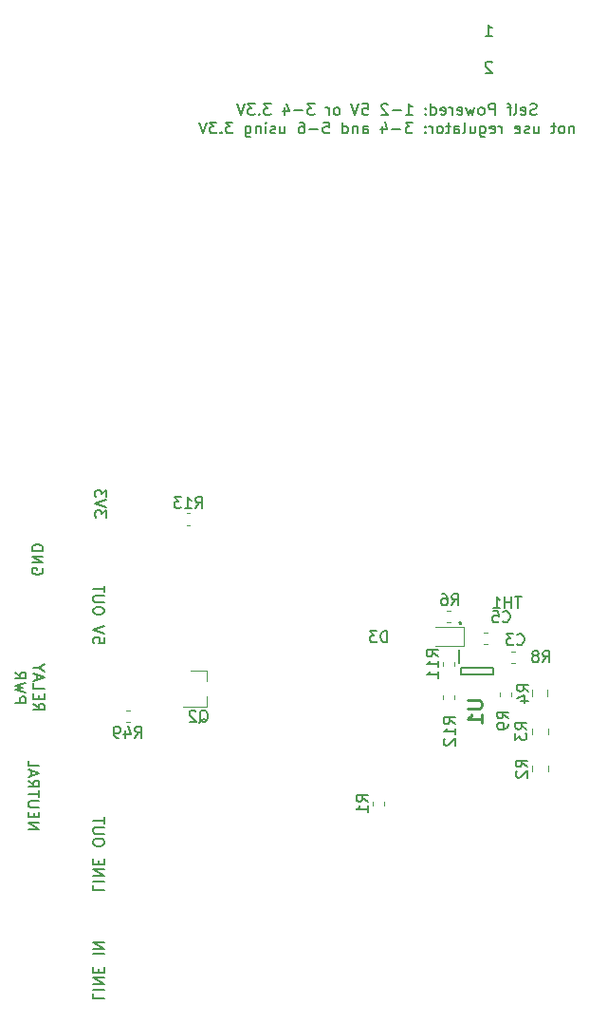
<source format=gbr>
G04 #@! TF.GenerationSoftware,KiCad,Pcbnew,(5.1.0)-1*
G04 #@! TF.CreationDate,2019-11-06T10:51:47-08:00*
G04 #@! TF.ProjectId,SLS_rev1,534c535f-7265-4763-912e-6b696361645f,rev?*
G04 #@! TF.SameCoordinates,Original*
G04 #@! TF.FileFunction,Legend,Bot*
G04 #@! TF.FilePolarity,Positive*
%FSLAX46Y46*%
G04 Gerber Fmt 4.6, Leading zero omitted, Abs format (unit mm)*
G04 Created by KiCad (PCBNEW (5.1.0)-1) date 2019-11-06 10:51:47*
%MOMM*%
%LPD*%
G04 APERTURE LIST*
%ADD10C,0.150000*%
%ADD11C,0.200000*%
%ADD12C,0.120000*%
%ADD13C,0.100000*%
%ADD14C,0.254000*%
G04 APERTURE END LIST*
D10*
X116524285Y-65052380D02*
X117095714Y-65052380D01*
X116810000Y-65052380D02*
X116810000Y-64052380D01*
X116905238Y-64195238D01*
X117000476Y-64290476D01*
X117095714Y-64338095D01*
X117095714Y-67447619D02*
X117048095Y-67400000D01*
X116952857Y-67352380D01*
X116714761Y-67352380D01*
X116619523Y-67400000D01*
X116571904Y-67447619D01*
X116524285Y-67542857D01*
X116524285Y-67638095D01*
X116571904Y-67780952D01*
X117143333Y-68352380D01*
X116524285Y-68352380D01*
X121079523Y-72049761D02*
X120936666Y-72097380D01*
X120698571Y-72097380D01*
X120603333Y-72049761D01*
X120555714Y-72002142D01*
X120508095Y-71906904D01*
X120508095Y-71811666D01*
X120555714Y-71716428D01*
X120603333Y-71668809D01*
X120698571Y-71621190D01*
X120889047Y-71573571D01*
X120984285Y-71525952D01*
X121031904Y-71478333D01*
X121079523Y-71383095D01*
X121079523Y-71287857D01*
X121031904Y-71192619D01*
X120984285Y-71145000D01*
X120889047Y-71097380D01*
X120650952Y-71097380D01*
X120508095Y-71145000D01*
X119698571Y-72049761D02*
X119793809Y-72097380D01*
X119984285Y-72097380D01*
X120079523Y-72049761D01*
X120127142Y-71954523D01*
X120127142Y-71573571D01*
X120079523Y-71478333D01*
X119984285Y-71430714D01*
X119793809Y-71430714D01*
X119698571Y-71478333D01*
X119650952Y-71573571D01*
X119650952Y-71668809D01*
X120127142Y-71764047D01*
X119079523Y-72097380D02*
X119174761Y-72049761D01*
X119222380Y-71954523D01*
X119222380Y-71097380D01*
X118841428Y-71430714D02*
X118460476Y-71430714D01*
X118698571Y-72097380D02*
X118698571Y-71240238D01*
X118650952Y-71145000D01*
X118555714Y-71097380D01*
X118460476Y-71097380D01*
X117365238Y-72097380D02*
X117365238Y-71097380D01*
X116984285Y-71097380D01*
X116889047Y-71145000D01*
X116841428Y-71192619D01*
X116793809Y-71287857D01*
X116793809Y-71430714D01*
X116841428Y-71525952D01*
X116889047Y-71573571D01*
X116984285Y-71621190D01*
X117365238Y-71621190D01*
X116222380Y-72097380D02*
X116317619Y-72049761D01*
X116365238Y-72002142D01*
X116412857Y-71906904D01*
X116412857Y-71621190D01*
X116365238Y-71525952D01*
X116317619Y-71478333D01*
X116222380Y-71430714D01*
X116079523Y-71430714D01*
X115984285Y-71478333D01*
X115936666Y-71525952D01*
X115889047Y-71621190D01*
X115889047Y-71906904D01*
X115936666Y-72002142D01*
X115984285Y-72049761D01*
X116079523Y-72097380D01*
X116222380Y-72097380D01*
X115555714Y-71430714D02*
X115365238Y-72097380D01*
X115174761Y-71621190D01*
X114984285Y-72097380D01*
X114793809Y-71430714D01*
X114031904Y-72049761D02*
X114127142Y-72097380D01*
X114317619Y-72097380D01*
X114412857Y-72049761D01*
X114460476Y-71954523D01*
X114460476Y-71573571D01*
X114412857Y-71478333D01*
X114317619Y-71430714D01*
X114127142Y-71430714D01*
X114031904Y-71478333D01*
X113984285Y-71573571D01*
X113984285Y-71668809D01*
X114460476Y-71764047D01*
X113555714Y-72097380D02*
X113555714Y-71430714D01*
X113555714Y-71621190D02*
X113508095Y-71525952D01*
X113460476Y-71478333D01*
X113365238Y-71430714D01*
X113270000Y-71430714D01*
X112555714Y-72049761D02*
X112650952Y-72097380D01*
X112841428Y-72097380D01*
X112936666Y-72049761D01*
X112984285Y-71954523D01*
X112984285Y-71573571D01*
X112936666Y-71478333D01*
X112841428Y-71430714D01*
X112650952Y-71430714D01*
X112555714Y-71478333D01*
X112508095Y-71573571D01*
X112508095Y-71668809D01*
X112984285Y-71764047D01*
X111650952Y-72097380D02*
X111650952Y-71097380D01*
X111650952Y-72049761D02*
X111746190Y-72097380D01*
X111936666Y-72097380D01*
X112031904Y-72049761D01*
X112079523Y-72002142D01*
X112127142Y-71906904D01*
X112127142Y-71621190D01*
X112079523Y-71525952D01*
X112031904Y-71478333D01*
X111936666Y-71430714D01*
X111746190Y-71430714D01*
X111650952Y-71478333D01*
X111174761Y-72002142D02*
X111127142Y-72049761D01*
X111174761Y-72097380D01*
X111222380Y-72049761D01*
X111174761Y-72002142D01*
X111174761Y-72097380D01*
X111174761Y-71478333D02*
X111127142Y-71525952D01*
X111174761Y-71573571D01*
X111222380Y-71525952D01*
X111174761Y-71478333D01*
X111174761Y-71573571D01*
X109412857Y-72097380D02*
X109984285Y-72097380D01*
X109698571Y-72097380D02*
X109698571Y-71097380D01*
X109793809Y-71240238D01*
X109889047Y-71335476D01*
X109984285Y-71383095D01*
X108984285Y-71716428D02*
X108222380Y-71716428D01*
X107793809Y-71192619D02*
X107746190Y-71145000D01*
X107650952Y-71097380D01*
X107412857Y-71097380D01*
X107317619Y-71145000D01*
X107270000Y-71192619D01*
X107222380Y-71287857D01*
X107222380Y-71383095D01*
X107270000Y-71525952D01*
X107841428Y-72097380D01*
X107222380Y-72097380D01*
X105555714Y-71097380D02*
X106031904Y-71097380D01*
X106079523Y-71573571D01*
X106031904Y-71525952D01*
X105936666Y-71478333D01*
X105698571Y-71478333D01*
X105603333Y-71525952D01*
X105555714Y-71573571D01*
X105508095Y-71668809D01*
X105508095Y-71906904D01*
X105555714Y-72002142D01*
X105603333Y-72049761D01*
X105698571Y-72097380D01*
X105936666Y-72097380D01*
X106031904Y-72049761D01*
X106079523Y-72002142D01*
X105222380Y-71097380D02*
X104889047Y-72097380D01*
X104555714Y-71097380D01*
X103317619Y-72097380D02*
X103412857Y-72049761D01*
X103460476Y-72002142D01*
X103508095Y-71906904D01*
X103508095Y-71621190D01*
X103460476Y-71525952D01*
X103412857Y-71478333D01*
X103317619Y-71430714D01*
X103174761Y-71430714D01*
X103079523Y-71478333D01*
X103031904Y-71525952D01*
X102984285Y-71621190D01*
X102984285Y-71906904D01*
X103031904Y-72002142D01*
X103079523Y-72049761D01*
X103174761Y-72097380D01*
X103317619Y-72097380D01*
X102555714Y-72097380D02*
X102555714Y-71430714D01*
X102555714Y-71621190D02*
X102508095Y-71525952D01*
X102460476Y-71478333D01*
X102365238Y-71430714D01*
X102270000Y-71430714D01*
X101270000Y-71097380D02*
X100650952Y-71097380D01*
X100984285Y-71478333D01*
X100841428Y-71478333D01*
X100746190Y-71525952D01*
X100698571Y-71573571D01*
X100650952Y-71668809D01*
X100650952Y-71906904D01*
X100698571Y-72002142D01*
X100746190Y-72049761D01*
X100841428Y-72097380D01*
X101127142Y-72097380D01*
X101222380Y-72049761D01*
X101270000Y-72002142D01*
X100222380Y-71716428D02*
X99460476Y-71716428D01*
X98555714Y-71430714D02*
X98555714Y-72097380D01*
X98793809Y-71049761D02*
X99031904Y-71764047D01*
X98412857Y-71764047D01*
X97365238Y-71097380D02*
X96746190Y-71097380D01*
X97079523Y-71478333D01*
X96936666Y-71478333D01*
X96841428Y-71525952D01*
X96793809Y-71573571D01*
X96746190Y-71668809D01*
X96746190Y-71906904D01*
X96793809Y-72002142D01*
X96841428Y-72049761D01*
X96936666Y-72097380D01*
X97222380Y-72097380D01*
X97317619Y-72049761D01*
X97365238Y-72002142D01*
X96317619Y-72002142D02*
X96270000Y-72049761D01*
X96317619Y-72097380D01*
X96365238Y-72049761D01*
X96317619Y-72002142D01*
X96317619Y-72097380D01*
X95936666Y-71097380D02*
X95317619Y-71097380D01*
X95650952Y-71478333D01*
X95508095Y-71478333D01*
X95412857Y-71525952D01*
X95365238Y-71573571D01*
X95317619Y-71668809D01*
X95317619Y-71906904D01*
X95365238Y-72002142D01*
X95412857Y-72049761D01*
X95508095Y-72097380D01*
X95793809Y-72097380D01*
X95889047Y-72049761D01*
X95936666Y-72002142D01*
X95031904Y-71097380D02*
X94698571Y-72097380D01*
X94365238Y-71097380D01*
X124436666Y-73080714D02*
X124436666Y-73747380D01*
X124436666Y-73175952D02*
X124389047Y-73128333D01*
X124293809Y-73080714D01*
X124150952Y-73080714D01*
X124055714Y-73128333D01*
X124008095Y-73223571D01*
X124008095Y-73747380D01*
X123389047Y-73747380D02*
X123484285Y-73699761D01*
X123531904Y-73652142D01*
X123579523Y-73556904D01*
X123579523Y-73271190D01*
X123531904Y-73175952D01*
X123484285Y-73128333D01*
X123389047Y-73080714D01*
X123246190Y-73080714D01*
X123150952Y-73128333D01*
X123103333Y-73175952D01*
X123055714Y-73271190D01*
X123055714Y-73556904D01*
X123103333Y-73652142D01*
X123150952Y-73699761D01*
X123246190Y-73747380D01*
X123389047Y-73747380D01*
X122770000Y-73080714D02*
X122389047Y-73080714D01*
X122627142Y-72747380D02*
X122627142Y-73604523D01*
X122579523Y-73699761D01*
X122484285Y-73747380D01*
X122389047Y-73747380D01*
X120865238Y-73080714D02*
X120865238Y-73747380D01*
X121293809Y-73080714D02*
X121293809Y-73604523D01*
X121246190Y-73699761D01*
X121150952Y-73747380D01*
X121008095Y-73747380D01*
X120912857Y-73699761D01*
X120865238Y-73652142D01*
X120436666Y-73699761D02*
X120341428Y-73747380D01*
X120150952Y-73747380D01*
X120055714Y-73699761D01*
X120008095Y-73604523D01*
X120008095Y-73556904D01*
X120055714Y-73461666D01*
X120150952Y-73414047D01*
X120293809Y-73414047D01*
X120389047Y-73366428D01*
X120436666Y-73271190D01*
X120436666Y-73223571D01*
X120389047Y-73128333D01*
X120293809Y-73080714D01*
X120150952Y-73080714D01*
X120055714Y-73128333D01*
X119198571Y-73699761D02*
X119293809Y-73747380D01*
X119484285Y-73747380D01*
X119579523Y-73699761D01*
X119627142Y-73604523D01*
X119627142Y-73223571D01*
X119579523Y-73128333D01*
X119484285Y-73080714D01*
X119293809Y-73080714D01*
X119198571Y-73128333D01*
X119150952Y-73223571D01*
X119150952Y-73318809D01*
X119627142Y-73414047D01*
X117960476Y-73747380D02*
X117960476Y-73080714D01*
X117960476Y-73271190D02*
X117912857Y-73175952D01*
X117865238Y-73128333D01*
X117770000Y-73080714D01*
X117674761Y-73080714D01*
X116960476Y-73699761D02*
X117055714Y-73747380D01*
X117246190Y-73747380D01*
X117341428Y-73699761D01*
X117389047Y-73604523D01*
X117389047Y-73223571D01*
X117341428Y-73128333D01*
X117246190Y-73080714D01*
X117055714Y-73080714D01*
X116960476Y-73128333D01*
X116912857Y-73223571D01*
X116912857Y-73318809D01*
X117389047Y-73414047D01*
X116055714Y-73080714D02*
X116055714Y-73890238D01*
X116103333Y-73985476D01*
X116150952Y-74033095D01*
X116246190Y-74080714D01*
X116389047Y-74080714D01*
X116484285Y-74033095D01*
X116055714Y-73699761D02*
X116150952Y-73747380D01*
X116341428Y-73747380D01*
X116436666Y-73699761D01*
X116484285Y-73652142D01*
X116531904Y-73556904D01*
X116531904Y-73271190D01*
X116484285Y-73175952D01*
X116436666Y-73128333D01*
X116341428Y-73080714D01*
X116150952Y-73080714D01*
X116055714Y-73128333D01*
X115150952Y-73080714D02*
X115150952Y-73747380D01*
X115579523Y-73080714D02*
X115579523Y-73604523D01*
X115531904Y-73699761D01*
X115436666Y-73747380D01*
X115293809Y-73747380D01*
X115198571Y-73699761D01*
X115150952Y-73652142D01*
X114531904Y-73747380D02*
X114627142Y-73699761D01*
X114674761Y-73604523D01*
X114674761Y-72747380D01*
X113722380Y-73747380D02*
X113722380Y-73223571D01*
X113770000Y-73128333D01*
X113865238Y-73080714D01*
X114055714Y-73080714D01*
X114150952Y-73128333D01*
X113722380Y-73699761D02*
X113817619Y-73747380D01*
X114055714Y-73747380D01*
X114150952Y-73699761D01*
X114198571Y-73604523D01*
X114198571Y-73509285D01*
X114150952Y-73414047D01*
X114055714Y-73366428D01*
X113817619Y-73366428D01*
X113722380Y-73318809D01*
X113389047Y-73080714D02*
X113008095Y-73080714D01*
X113246190Y-72747380D02*
X113246190Y-73604523D01*
X113198571Y-73699761D01*
X113103333Y-73747380D01*
X113008095Y-73747380D01*
X112531904Y-73747380D02*
X112627142Y-73699761D01*
X112674761Y-73652142D01*
X112722380Y-73556904D01*
X112722380Y-73271190D01*
X112674761Y-73175952D01*
X112627142Y-73128333D01*
X112531904Y-73080714D01*
X112389047Y-73080714D01*
X112293809Y-73128333D01*
X112246190Y-73175952D01*
X112198571Y-73271190D01*
X112198571Y-73556904D01*
X112246190Y-73652142D01*
X112293809Y-73699761D01*
X112389047Y-73747380D01*
X112531904Y-73747380D01*
X111770000Y-73747380D02*
X111770000Y-73080714D01*
X111770000Y-73271190D02*
X111722380Y-73175952D01*
X111674761Y-73128333D01*
X111579523Y-73080714D01*
X111484285Y-73080714D01*
X111150952Y-73652142D02*
X111103333Y-73699761D01*
X111150952Y-73747380D01*
X111198571Y-73699761D01*
X111150952Y-73652142D01*
X111150952Y-73747380D01*
X111150952Y-73128333D02*
X111103333Y-73175952D01*
X111150952Y-73223571D01*
X111198571Y-73175952D01*
X111150952Y-73128333D01*
X111150952Y-73223571D01*
X110008095Y-72747380D02*
X109389047Y-72747380D01*
X109722380Y-73128333D01*
X109579523Y-73128333D01*
X109484285Y-73175952D01*
X109436666Y-73223571D01*
X109389047Y-73318809D01*
X109389047Y-73556904D01*
X109436666Y-73652142D01*
X109484285Y-73699761D01*
X109579523Y-73747380D01*
X109865238Y-73747380D01*
X109960476Y-73699761D01*
X110008095Y-73652142D01*
X108960476Y-73366428D02*
X108198571Y-73366428D01*
X107293809Y-73080714D02*
X107293809Y-73747380D01*
X107531904Y-72699761D02*
X107770000Y-73414047D01*
X107150952Y-73414047D01*
X105579523Y-73747380D02*
X105579523Y-73223571D01*
X105627142Y-73128333D01*
X105722380Y-73080714D01*
X105912857Y-73080714D01*
X106008095Y-73128333D01*
X105579523Y-73699761D02*
X105674761Y-73747380D01*
X105912857Y-73747380D01*
X106008095Y-73699761D01*
X106055714Y-73604523D01*
X106055714Y-73509285D01*
X106008095Y-73414047D01*
X105912857Y-73366428D01*
X105674761Y-73366428D01*
X105579523Y-73318809D01*
X105103333Y-73080714D02*
X105103333Y-73747380D01*
X105103333Y-73175952D02*
X105055714Y-73128333D01*
X104960476Y-73080714D01*
X104817619Y-73080714D01*
X104722380Y-73128333D01*
X104674761Y-73223571D01*
X104674761Y-73747380D01*
X103770000Y-73747380D02*
X103770000Y-72747380D01*
X103770000Y-73699761D02*
X103865238Y-73747380D01*
X104055714Y-73747380D01*
X104150952Y-73699761D01*
X104198571Y-73652142D01*
X104246190Y-73556904D01*
X104246190Y-73271190D01*
X104198571Y-73175952D01*
X104150952Y-73128333D01*
X104055714Y-73080714D01*
X103865238Y-73080714D01*
X103770000Y-73128333D01*
X102055714Y-72747380D02*
X102531904Y-72747380D01*
X102579523Y-73223571D01*
X102531904Y-73175952D01*
X102436666Y-73128333D01*
X102198571Y-73128333D01*
X102103333Y-73175952D01*
X102055714Y-73223571D01*
X102008095Y-73318809D01*
X102008095Y-73556904D01*
X102055714Y-73652142D01*
X102103333Y-73699761D01*
X102198571Y-73747380D01*
X102436666Y-73747380D01*
X102531904Y-73699761D01*
X102579523Y-73652142D01*
X101579523Y-73366428D02*
X100817619Y-73366428D01*
X99912857Y-72747380D02*
X100103333Y-72747380D01*
X100198571Y-72795000D01*
X100246190Y-72842619D01*
X100341428Y-72985476D01*
X100389047Y-73175952D01*
X100389047Y-73556904D01*
X100341428Y-73652142D01*
X100293809Y-73699761D01*
X100198571Y-73747380D01*
X100008095Y-73747380D01*
X99912857Y-73699761D01*
X99865238Y-73652142D01*
X99817619Y-73556904D01*
X99817619Y-73318809D01*
X99865238Y-73223571D01*
X99912857Y-73175952D01*
X100008095Y-73128333D01*
X100198571Y-73128333D01*
X100293809Y-73175952D01*
X100341428Y-73223571D01*
X100389047Y-73318809D01*
X98198571Y-73080714D02*
X98198571Y-73747380D01*
X98627142Y-73080714D02*
X98627142Y-73604523D01*
X98579523Y-73699761D01*
X98484285Y-73747380D01*
X98341428Y-73747380D01*
X98246190Y-73699761D01*
X98198571Y-73652142D01*
X97770000Y-73699761D02*
X97674761Y-73747380D01*
X97484285Y-73747380D01*
X97389047Y-73699761D01*
X97341428Y-73604523D01*
X97341428Y-73556904D01*
X97389047Y-73461666D01*
X97484285Y-73414047D01*
X97627142Y-73414047D01*
X97722380Y-73366428D01*
X97770000Y-73271190D01*
X97770000Y-73223571D01*
X97722380Y-73128333D01*
X97627142Y-73080714D01*
X97484285Y-73080714D01*
X97389047Y-73128333D01*
X96912857Y-73747380D02*
X96912857Y-73080714D01*
X96912857Y-72747380D02*
X96960476Y-72795000D01*
X96912857Y-72842619D01*
X96865238Y-72795000D01*
X96912857Y-72747380D01*
X96912857Y-72842619D01*
X96436666Y-73080714D02*
X96436666Y-73747380D01*
X96436666Y-73175952D02*
X96389047Y-73128333D01*
X96293809Y-73080714D01*
X96150952Y-73080714D01*
X96055714Y-73128333D01*
X96008095Y-73223571D01*
X96008095Y-73747380D01*
X95103333Y-73080714D02*
X95103333Y-73890238D01*
X95150952Y-73985476D01*
X95198571Y-74033095D01*
X95293809Y-74080714D01*
X95436666Y-74080714D01*
X95531904Y-74033095D01*
X95103333Y-73699761D02*
X95198571Y-73747380D01*
X95389047Y-73747380D01*
X95484285Y-73699761D01*
X95531904Y-73652142D01*
X95579523Y-73556904D01*
X95579523Y-73271190D01*
X95531904Y-73175952D01*
X95484285Y-73128333D01*
X95389047Y-73080714D01*
X95198571Y-73080714D01*
X95103333Y-73128333D01*
X93960476Y-72747380D02*
X93341428Y-72747380D01*
X93674761Y-73128333D01*
X93531904Y-73128333D01*
X93436666Y-73175952D01*
X93389047Y-73223571D01*
X93341428Y-73318809D01*
X93341428Y-73556904D01*
X93389047Y-73652142D01*
X93436666Y-73699761D01*
X93531904Y-73747380D01*
X93817619Y-73747380D01*
X93912857Y-73699761D01*
X93960476Y-73652142D01*
X92912857Y-73652142D02*
X92865238Y-73699761D01*
X92912857Y-73747380D01*
X92960476Y-73699761D01*
X92912857Y-73652142D01*
X92912857Y-73747380D01*
X92531904Y-72747380D02*
X91912857Y-72747380D01*
X92246190Y-73128333D01*
X92103333Y-73128333D01*
X92008095Y-73175952D01*
X91960476Y-73223571D01*
X91912857Y-73318809D01*
X91912857Y-73556904D01*
X91960476Y-73652142D01*
X92008095Y-73699761D01*
X92103333Y-73747380D01*
X92389047Y-73747380D01*
X92484285Y-73699761D01*
X92531904Y-73652142D01*
X91627142Y-72747380D02*
X91293809Y-73747380D01*
X90960476Y-72747380D01*
X82661619Y-107985095D02*
X82661619Y-107366047D01*
X82280666Y-107699380D01*
X82280666Y-107556523D01*
X82233047Y-107461285D01*
X82185428Y-107413666D01*
X82090190Y-107366047D01*
X81852095Y-107366047D01*
X81756857Y-107413666D01*
X81709238Y-107461285D01*
X81661619Y-107556523D01*
X81661619Y-107842238D01*
X81709238Y-107937476D01*
X81756857Y-107985095D01*
X82661619Y-107080333D02*
X81661619Y-106747000D01*
X82661619Y-106413666D01*
X82661619Y-106175571D02*
X82661619Y-105556523D01*
X82280666Y-105889857D01*
X82280666Y-105747000D01*
X82233047Y-105651761D01*
X82185428Y-105604142D01*
X82090190Y-105556523D01*
X81852095Y-105556523D01*
X81756857Y-105604142D01*
X81709238Y-105651761D01*
X81661619Y-105747000D01*
X81661619Y-106032714D01*
X81709238Y-106127952D01*
X81756857Y-106175571D01*
X76984000Y-112498904D02*
X77031619Y-112594142D01*
X77031619Y-112737000D01*
X76984000Y-112879857D01*
X76888761Y-112975095D01*
X76793523Y-113022714D01*
X76603047Y-113070333D01*
X76460190Y-113070333D01*
X76269714Y-113022714D01*
X76174476Y-112975095D01*
X76079238Y-112879857D01*
X76031619Y-112737000D01*
X76031619Y-112641761D01*
X76079238Y-112498904D01*
X76126857Y-112451285D01*
X76460190Y-112451285D01*
X76460190Y-112641761D01*
X76031619Y-112022714D02*
X77031619Y-112022714D01*
X76031619Y-111451285D01*
X77031619Y-111451285D01*
X76031619Y-110975095D02*
X77031619Y-110975095D01*
X77031619Y-110737000D01*
X76984000Y-110594142D01*
X76888761Y-110498904D01*
X76793523Y-110451285D01*
X76603047Y-110403666D01*
X76460190Y-110403666D01*
X76269714Y-110451285D01*
X76174476Y-110498904D01*
X76079238Y-110594142D01*
X76031619Y-110737000D01*
X76031619Y-110975095D01*
X82501619Y-118677000D02*
X82501619Y-119153190D01*
X82025428Y-119200809D01*
X82073047Y-119153190D01*
X82120666Y-119057952D01*
X82120666Y-118819857D01*
X82073047Y-118724619D01*
X82025428Y-118677000D01*
X81930190Y-118629380D01*
X81692095Y-118629380D01*
X81596857Y-118677000D01*
X81549238Y-118724619D01*
X81501619Y-118819857D01*
X81501619Y-119057952D01*
X81549238Y-119153190D01*
X81596857Y-119200809D01*
X82501619Y-118343666D02*
X81501619Y-118010333D01*
X82501619Y-117677000D01*
X82501619Y-116391285D02*
X82501619Y-116200809D01*
X82454000Y-116105571D01*
X82358761Y-116010333D01*
X82168285Y-115962714D01*
X81834952Y-115962714D01*
X81644476Y-116010333D01*
X81549238Y-116105571D01*
X81501619Y-116200809D01*
X81501619Y-116391285D01*
X81549238Y-116486523D01*
X81644476Y-116581761D01*
X81834952Y-116629380D01*
X82168285Y-116629380D01*
X82358761Y-116581761D01*
X82454000Y-116486523D01*
X82501619Y-116391285D01*
X82501619Y-115534142D02*
X81692095Y-115534142D01*
X81596857Y-115486523D01*
X81549238Y-115438904D01*
X81501619Y-115343666D01*
X81501619Y-115153190D01*
X81549238Y-115057952D01*
X81596857Y-115010333D01*
X81692095Y-114962714D01*
X82501619Y-114962714D01*
X82501619Y-114629380D02*
X82501619Y-114057952D01*
X81501619Y-114343666D02*
X82501619Y-114343666D01*
X76166619Y-124561761D02*
X76642809Y-124895095D01*
X76166619Y-125133190D02*
X77166619Y-125133190D01*
X77166619Y-124752238D01*
X77119000Y-124657000D01*
X77071380Y-124609380D01*
X76976142Y-124561761D01*
X76833285Y-124561761D01*
X76738047Y-124609380D01*
X76690428Y-124657000D01*
X76642809Y-124752238D01*
X76642809Y-125133190D01*
X76690428Y-124133190D02*
X76690428Y-123799857D01*
X76166619Y-123657000D02*
X76166619Y-124133190D01*
X77166619Y-124133190D01*
X77166619Y-123657000D01*
X76166619Y-122752238D02*
X76166619Y-123228428D01*
X77166619Y-123228428D01*
X76452333Y-122466523D02*
X76452333Y-121990333D01*
X76166619Y-122561761D02*
X77166619Y-122228428D01*
X76166619Y-121895095D01*
X76642809Y-121371285D02*
X76166619Y-121371285D01*
X77166619Y-121704619D02*
X76642809Y-121371285D01*
X77166619Y-121037952D01*
X74516619Y-124490333D02*
X75516619Y-124490333D01*
X75516619Y-124109380D01*
X75469000Y-124014142D01*
X75421380Y-123966523D01*
X75326142Y-123918904D01*
X75183285Y-123918904D01*
X75088047Y-123966523D01*
X75040428Y-124014142D01*
X74992809Y-124109380D01*
X74992809Y-124490333D01*
X75516619Y-123585571D02*
X74516619Y-123347476D01*
X75230904Y-123157000D01*
X74516619Y-122966523D01*
X75516619Y-122728428D01*
X74516619Y-121776047D02*
X74992809Y-122109380D01*
X74516619Y-122347476D02*
X75516619Y-122347476D01*
X75516619Y-121966523D01*
X75469000Y-121871285D01*
X75421380Y-121823666D01*
X75326142Y-121776047D01*
X75183285Y-121776047D01*
X75088047Y-121823666D01*
X75040428Y-121871285D01*
X74992809Y-121966523D01*
X74992809Y-122347476D01*
X75691619Y-135753190D02*
X76691619Y-135753190D01*
X75691619Y-135181761D01*
X76691619Y-135181761D01*
X76215428Y-134705571D02*
X76215428Y-134372238D01*
X75691619Y-134229380D02*
X75691619Y-134705571D01*
X76691619Y-134705571D01*
X76691619Y-134229380D01*
X76691619Y-133800809D02*
X75882095Y-133800809D01*
X75786857Y-133753190D01*
X75739238Y-133705571D01*
X75691619Y-133610333D01*
X75691619Y-133419857D01*
X75739238Y-133324619D01*
X75786857Y-133277000D01*
X75882095Y-133229380D01*
X76691619Y-133229380D01*
X76691619Y-132896047D02*
X76691619Y-132324619D01*
X75691619Y-132610333D02*
X76691619Y-132610333D01*
X75691619Y-131419857D02*
X76167809Y-131753190D01*
X75691619Y-131991285D02*
X76691619Y-131991285D01*
X76691619Y-131610333D01*
X76644000Y-131515095D01*
X76596380Y-131467476D01*
X76501142Y-131419857D01*
X76358285Y-131419857D01*
X76263047Y-131467476D01*
X76215428Y-131515095D01*
X76167809Y-131610333D01*
X76167809Y-131991285D01*
X75977333Y-131038904D02*
X75977333Y-130562714D01*
X75691619Y-131134142D02*
X76691619Y-130800809D01*
X75691619Y-130467476D01*
X75691619Y-129657952D02*
X75691619Y-130134142D01*
X76691619Y-130134142D01*
X81461619Y-150404619D02*
X81461619Y-150880809D01*
X82461619Y-150880809D01*
X81461619Y-150071285D02*
X82461619Y-150071285D01*
X81461619Y-149595095D02*
X82461619Y-149595095D01*
X81461619Y-149023666D01*
X82461619Y-149023666D01*
X81985428Y-148547476D02*
X81985428Y-148214142D01*
X81461619Y-148071285D02*
X81461619Y-148547476D01*
X82461619Y-148547476D01*
X82461619Y-148071285D01*
X81461619Y-146880809D02*
X82461619Y-146880809D01*
X81461619Y-146404619D02*
X82461619Y-146404619D01*
X81461619Y-145833190D01*
X82461619Y-145833190D01*
X81501619Y-140741285D02*
X81501619Y-141217476D01*
X82501619Y-141217476D01*
X81501619Y-140407952D02*
X82501619Y-140407952D01*
X81501619Y-139931761D02*
X82501619Y-139931761D01*
X81501619Y-139360333D01*
X82501619Y-139360333D01*
X82025428Y-138884142D02*
X82025428Y-138550809D01*
X81501619Y-138407952D02*
X81501619Y-138884142D01*
X82501619Y-138884142D01*
X82501619Y-138407952D01*
X82501619Y-137027000D02*
X82501619Y-136836523D01*
X82454000Y-136741285D01*
X82358761Y-136646047D01*
X82168285Y-136598428D01*
X81834952Y-136598428D01*
X81644476Y-136646047D01*
X81549238Y-136741285D01*
X81501619Y-136836523D01*
X81501619Y-137027000D01*
X81549238Y-137122238D01*
X81644476Y-137217476D01*
X81834952Y-137265095D01*
X82168285Y-137265095D01*
X82358761Y-137217476D01*
X82454000Y-137122238D01*
X82501619Y-137027000D01*
X82501619Y-136169857D02*
X81692095Y-136169857D01*
X81596857Y-136122238D01*
X81549238Y-136074619D01*
X81501619Y-135979380D01*
X81501619Y-135788904D01*
X81549238Y-135693666D01*
X81596857Y-135646047D01*
X81692095Y-135598428D01*
X82501619Y-135598428D01*
X82501619Y-135265095D02*
X82501619Y-134693666D01*
X81501619Y-134979380D02*
X82501619Y-134979380D01*
D11*
X114175000Y-119795000D02*
X114175000Y-120995000D01*
X117225000Y-121345000D02*
X114325000Y-121345000D01*
X117225000Y-121945000D02*
X117225000Y-121345000D01*
X114325000Y-121945000D02*
X117225000Y-121945000D01*
X114325000Y-121345000D02*
X114325000Y-121945000D01*
D12*
X84431221Y-125222000D02*
X84756779Y-125222000D01*
X84431221Y-126242000D02*
X84756779Y-126242000D01*
X90156779Y-108642000D02*
X89831221Y-108642000D01*
X90156779Y-107622000D02*
X89831221Y-107622000D01*
X112715000Y-124187779D02*
X112715000Y-123862221D01*
X113735000Y-124187779D02*
X113735000Y-123862221D01*
X112765000Y-121187779D02*
X112765000Y-120862221D01*
X113785000Y-121187779D02*
X113785000Y-120862221D01*
X117815000Y-123887779D02*
X117815000Y-123562221D01*
X118835000Y-123887779D02*
X118835000Y-123562221D01*
X119187779Y-120935000D02*
X118862221Y-120935000D01*
X119187779Y-119915000D02*
X118862221Y-119915000D01*
X113072221Y-116295000D02*
X113397779Y-116295000D01*
X113072221Y-117315000D02*
X113397779Y-117315000D01*
X122080000Y-123361422D02*
X122080000Y-123878578D01*
X120660000Y-123361422D02*
X120660000Y-123878578D01*
X122110000Y-126761422D02*
X122110000Y-127278578D01*
X120690000Y-126761422D02*
X120690000Y-127278578D01*
X122130000Y-130121422D02*
X122130000Y-130638578D01*
X120710000Y-130121422D02*
X120710000Y-130638578D01*
X107490000Y-133317221D02*
X107490000Y-133642779D01*
X106470000Y-133317221D02*
X106470000Y-133642779D01*
X91654000Y-121652000D02*
X90194000Y-121652000D01*
X91654000Y-124812000D02*
X89494000Y-124812000D01*
X91654000Y-124812000D02*
X91654000Y-123882000D01*
X91654000Y-121652000D02*
X91654000Y-122582000D01*
D13*
G36*
X114375000Y-117275000D02*
G01*
X114375000Y-117475000D01*
X114200000Y-117475000D01*
X114150000Y-117325000D01*
X114250000Y-117250000D01*
X114375000Y-117275000D01*
G37*
X114375000Y-117275000D02*
X114375000Y-117475000D01*
X114200000Y-117475000D01*
X114150000Y-117325000D01*
X114250000Y-117250000D01*
X114375000Y-117275000D01*
D12*
X114400000Y-117375000D02*
G75*
G03X114400000Y-117375000I-125000J0D01*
G01*
X114575000Y-117725000D02*
X112025000Y-117725000D01*
X114575000Y-119425000D02*
X112025000Y-119425000D01*
X114575000Y-117725000D02*
X114575000Y-119425000D01*
X116407221Y-118270000D02*
X116732779Y-118270000D01*
X116407221Y-119290000D02*
X116732779Y-119290000D01*
D14*
X114940523Y-124287380D02*
X115968619Y-124287380D01*
X116089571Y-124347857D01*
X116150047Y-124408333D01*
X116210523Y-124529285D01*
X116210523Y-124771190D01*
X116150047Y-124892142D01*
X116089571Y-124952619D01*
X115968619Y-125013095D01*
X114940523Y-125013095D01*
X116210523Y-126283095D02*
X116210523Y-125557380D01*
X116210523Y-125920238D02*
X114940523Y-125920238D01*
X115121952Y-125799285D01*
X115242904Y-125678333D01*
X115303380Y-125557380D01*
D10*
X119715714Y-115055380D02*
X119144285Y-115055380D01*
X119430000Y-116055380D02*
X119430000Y-115055380D01*
X118810952Y-116055380D02*
X118810952Y-115055380D01*
X118810952Y-115531571D02*
X118239523Y-115531571D01*
X118239523Y-116055380D02*
X118239523Y-115055380D01*
X117239523Y-116055380D02*
X117810952Y-116055380D01*
X117525238Y-116055380D02*
X117525238Y-115055380D01*
X117620476Y-115198238D01*
X117715714Y-115293476D01*
X117810952Y-115341095D01*
X85236857Y-127614380D02*
X85570190Y-127138190D01*
X85808285Y-127614380D02*
X85808285Y-126614380D01*
X85427333Y-126614380D01*
X85332095Y-126662000D01*
X85284476Y-126709619D01*
X85236857Y-126804857D01*
X85236857Y-126947714D01*
X85284476Y-127042952D01*
X85332095Y-127090571D01*
X85427333Y-127138190D01*
X85808285Y-127138190D01*
X84379714Y-126947714D02*
X84379714Y-127614380D01*
X84617809Y-126566761D02*
X84855904Y-127281047D01*
X84236857Y-127281047D01*
X83808285Y-127614380D02*
X83617809Y-127614380D01*
X83522571Y-127566761D01*
X83474952Y-127519142D01*
X83379714Y-127376285D01*
X83332095Y-127185809D01*
X83332095Y-126804857D01*
X83379714Y-126709619D01*
X83427333Y-126662000D01*
X83522571Y-126614380D01*
X83713047Y-126614380D01*
X83808285Y-126662000D01*
X83855904Y-126709619D01*
X83903523Y-126804857D01*
X83903523Y-127042952D01*
X83855904Y-127138190D01*
X83808285Y-127185809D01*
X83713047Y-127233428D01*
X83522571Y-127233428D01*
X83427333Y-127185809D01*
X83379714Y-127138190D01*
X83332095Y-127042952D01*
X90636857Y-107154380D02*
X90970190Y-106678190D01*
X91208285Y-107154380D02*
X91208285Y-106154380D01*
X90827333Y-106154380D01*
X90732095Y-106202000D01*
X90684476Y-106249619D01*
X90636857Y-106344857D01*
X90636857Y-106487714D01*
X90684476Y-106582952D01*
X90732095Y-106630571D01*
X90827333Y-106678190D01*
X91208285Y-106678190D01*
X89684476Y-107154380D02*
X90255904Y-107154380D01*
X89970190Y-107154380D02*
X89970190Y-106154380D01*
X90065428Y-106297238D01*
X90160666Y-106392476D01*
X90255904Y-106440095D01*
X89351142Y-106154380D02*
X88732095Y-106154380D01*
X89065428Y-106535333D01*
X88922571Y-106535333D01*
X88827333Y-106582952D01*
X88779714Y-106630571D01*
X88732095Y-106725809D01*
X88732095Y-106963904D01*
X88779714Y-107059142D01*
X88827333Y-107106761D01*
X88922571Y-107154380D01*
X89208285Y-107154380D01*
X89303523Y-107106761D01*
X89351142Y-107059142D01*
X113802380Y-126390142D02*
X113326190Y-126056809D01*
X113802380Y-125818714D02*
X112802380Y-125818714D01*
X112802380Y-126199666D01*
X112850000Y-126294904D01*
X112897619Y-126342523D01*
X112992857Y-126390142D01*
X113135714Y-126390142D01*
X113230952Y-126342523D01*
X113278571Y-126294904D01*
X113326190Y-126199666D01*
X113326190Y-125818714D01*
X113802380Y-127342523D02*
X113802380Y-126771095D01*
X113802380Y-127056809D02*
X112802380Y-127056809D01*
X112945238Y-126961571D01*
X113040476Y-126866333D01*
X113088095Y-126771095D01*
X112897619Y-127723476D02*
X112850000Y-127771095D01*
X112802380Y-127866333D01*
X112802380Y-128104428D01*
X112850000Y-128199666D01*
X112897619Y-128247285D01*
X112992857Y-128294904D01*
X113088095Y-128294904D01*
X113230952Y-128247285D01*
X113802380Y-127675857D01*
X113802380Y-128294904D01*
X112278380Y-120382142D02*
X111802190Y-120048809D01*
X112278380Y-119810714D02*
X111278380Y-119810714D01*
X111278380Y-120191666D01*
X111326000Y-120286904D01*
X111373619Y-120334523D01*
X111468857Y-120382142D01*
X111611714Y-120382142D01*
X111706952Y-120334523D01*
X111754571Y-120286904D01*
X111802190Y-120191666D01*
X111802190Y-119810714D01*
X112278380Y-121334523D02*
X112278380Y-120763095D01*
X112278380Y-121048809D02*
X111278380Y-121048809D01*
X111421238Y-120953571D01*
X111516476Y-120858333D01*
X111564095Y-120763095D01*
X112278380Y-122286904D02*
X112278380Y-121715476D01*
X112278380Y-122001190D02*
X111278380Y-122001190D01*
X111421238Y-121905952D01*
X111516476Y-121810714D01*
X111564095Y-121715476D01*
X118562380Y-125903333D02*
X118086190Y-125570000D01*
X118562380Y-125331904D02*
X117562380Y-125331904D01*
X117562380Y-125712857D01*
X117610000Y-125808095D01*
X117657619Y-125855714D01*
X117752857Y-125903333D01*
X117895714Y-125903333D01*
X117990952Y-125855714D01*
X118038571Y-125808095D01*
X118086190Y-125712857D01*
X118086190Y-125331904D01*
X118562380Y-126379523D02*
X118562380Y-126570000D01*
X118514761Y-126665238D01*
X118467142Y-126712857D01*
X118324285Y-126808095D01*
X118133809Y-126855714D01*
X117752857Y-126855714D01*
X117657619Y-126808095D01*
X117610000Y-126760476D01*
X117562380Y-126665238D01*
X117562380Y-126474761D01*
X117610000Y-126379523D01*
X117657619Y-126331904D01*
X117752857Y-126284285D01*
X117990952Y-126284285D01*
X118086190Y-126331904D01*
X118133809Y-126379523D01*
X118181428Y-126474761D01*
X118181428Y-126665238D01*
X118133809Y-126760476D01*
X118086190Y-126808095D01*
X117990952Y-126855714D01*
X121644666Y-120881380D02*
X121978000Y-120405190D01*
X122216095Y-120881380D02*
X122216095Y-119881380D01*
X121835142Y-119881380D01*
X121739904Y-119929000D01*
X121692285Y-119976619D01*
X121644666Y-120071857D01*
X121644666Y-120214714D01*
X121692285Y-120309952D01*
X121739904Y-120357571D01*
X121835142Y-120405190D01*
X122216095Y-120405190D01*
X121073238Y-120309952D02*
X121168476Y-120262333D01*
X121216095Y-120214714D01*
X121263714Y-120119476D01*
X121263714Y-120071857D01*
X121216095Y-119976619D01*
X121168476Y-119929000D01*
X121073238Y-119881380D01*
X120882761Y-119881380D01*
X120787523Y-119929000D01*
X120739904Y-119976619D01*
X120692285Y-120071857D01*
X120692285Y-120119476D01*
X120739904Y-120214714D01*
X120787523Y-120262333D01*
X120882761Y-120309952D01*
X121073238Y-120309952D01*
X121168476Y-120357571D01*
X121216095Y-120405190D01*
X121263714Y-120500428D01*
X121263714Y-120690904D01*
X121216095Y-120786142D01*
X121168476Y-120833761D01*
X121073238Y-120881380D01*
X120882761Y-120881380D01*
X120787523Y-120833761D01*
X120739904Y-120786142D01*
X120692285Y-120690904D01*
X120692285Y-120500428D01*
X120739904Y-120405190D01*
X120787523Y-120357571D01*
X120882761Y-120309952D01*
X113516666Y-115801380D02*
X113850000Y-115325190D01*
X114088095Y-115801380D02*
X114088095Y-114801380D01*
X113707142Y-114801380D01*
X113611904Y-114849000D01*
X113564285Y-114896619D01*
X113516666Y-114991857D01*
X113516666Y-115134714D01*
X113564285Y-115229952D01*
X113611904Y-115277571D01*
X113707142Y-115325190D01*
X114088095Y-115325190D01*
X112659523Y-114801380D02*
X112850000Y-114801380D01*
X112945238Y-114849000D01*
X112992857Y-114896619D01*
X113088095Y-115039476D01*
X113135714Y-115229952D01*
X113135714Y-115610904D01*
X113088095Y-115706142D01*
X113040476Y-115753761D01*
X112945238Y-115801380D01*
X112754761Y-115801380D01*
X112659523Y-115753761D01*
X112611904Y-115706142D01*
X112564285Y-115610904D01*
X112564285Y-115372809D01*
X112611904Y-115277571D01*
X112659523Y-115229952D01*
X112754761Y-115182333D01*
X112945238Y-115182333D01*
X113040476Y-115229952D01*
X113088095Y-115277571D01*
X113135714Y-115372809D01*
X120372380Y-123483333D02*
X119896190Y-123150000D01*
X120372380Y-122911904D02*
X119372380Y-122911904D01*
X119372380Y-123292857D01*
X119420000Y-123388095D01*
X119467619Y-123435714D01*
X119562857Y-123483333D01*
X119705714Y-123483333D01*
X119800952Y-123435714D01*
X119848571Y-123388095D01*
X119896190Y-123292857D01*
X119896190Y-122911904D01*
X119705714Y-124340476D02*
X120372380Y-124340476D01*
X119324761Y-124102380D02*
X120039047Y-123864285D01*
X120039047Y-124483333D01*
X120202380Y-126853333D02*
X119726190Y-126520000D01*
X120202380Y-126281904D02*
X119202380Y-126281904D01*
X119202380Y-126662857D01*
X119250000Y-126758095D01*
X119297619Y-126805714D01*
X119392857Y-126853333D01*
X119535714Y-126853333D01*
X119630952Y-126805714D01*
X119678571Y-126758095D01*
X119726190Y-126662857D01*
X119726190Y-126281904D01*
X119202380Y-127186666D02*
X119202380Y-127805714D01*
X119583333Y-127472380D01*
X119583333Y-127615238D01*
X119630952Y-127710476D01*
X119678571Y-127758095D01*
X119773809Y-127805714D01*
X120011904Y-127805714D01*
X120107142Y-127758095D01*
X120154761Y-127710476D01*
X120202380Y-127615238D01*
X120202380Y-127329523D01*
X120154761Y-127234285D01*
X120107142Y-127186666D01*
X120222380Y-130213333D02*
X119746190Y-129880000D01*
X120222380Y-129641904D02*
X119222380Y-129641904D01*
X119222380Y-130022857D01*
X119270000Y-130118095D01*
X119317619Y-130165714D01*
X119412857Y-130213333D01*
X119555714Y-130213333D01*
X119650952Y-130165714D01*
X119698571Y-130118095D01*
X119746190Y-130022857D01*
X119746190Y-129641904D01*
X119317619Y-130594285D02*
X119270000Y-130641904D01*
X119222380Y-130737142D01*
X119222380Y-130975238D01*
X119270000Y-131070476D01*
X119317619Y-131118095D01*
X119412857Y-131165714D01*
X119508095Y-131165714D01*
X119650952Y-131118095D01*
X120222380Y-130546666D01*
X120222380Y-131165714D01*
X106002380Y-133313333D02*
X105526190Y-132980000D01*
X106002380Y-132741904D02*
X105002380Y-132741904D01*
X105002380Y-133122857D01*
X105050000Y-133218095D01*
X105097619Y-133265714D01*
X105192857Y-133313333D01*
X105335714Y-133313333D01*
X105430952Y-133265714D01*
X105478571Y-133218095D01*
X105526190Y-133122857D01*
X105526190Y-132741904D01*
X106002380Y-134265714D02*
X106002380Y-133694285D01*
X106002380Y-133980000D02*
X105002380Y-133980000D01*
X105145238Y-133884761D01*
X105240476Y-133789523D01*
X105288095Y-133694285D01*
X90989238Y-126279619D02*
X91084476Y-126232000D01*
X91179714Y-126136761D01*
X91322571Y-125993904D01*
X91417809Y-125946285D01*
X91513047Y-125946285D01*
X91465428Y-126184380D02*
X91560666Y-126136761D01*
X91655904Y-126041523D01*
X91703523Y-125851047D01*
X91703523Y-125517714D01*
X91655904Y-125327238D01*
X91560666Y-125232000D01*
X91465428Y-125184380D01*
X91274952Y-125184380D01*
X91179714Y-125232000D01*
X91084476Y-125327238D01*
X91036857Y-125517714D01*
X91036857Y-125851047D01*
X91084476Y-126041523D01*
X91179714Y-126136761D01*
X91274952Y-126184380D01*
X91465428Y-126184380D01*
X90655904Y-125279619D02*
X90608285Y-125232000D01*
X90513047Y-125184380D01*
X90274952Y-125184380D01*
X90179714Y-125232000D01*
X90132095Y-125279619D01*
X90084476Y-125374857D01*
X90084476Y-125470095D01*
X90132095Y-125612952D01*
X90703523Y-126184380D01*
X90084476Y-126184380D01*
X107738095Y-119103380D02*
X107738095Y-118103380D01*
X107500000Y-118103380D01*
X107357142Y-118151000D01*
X107261904Y-118246238D01*
X107214285Y-118341476D01*
X107166666Y-118531952D01*
X107166666Y-118674809D01*
X107214285Y-118865285D01*
X107261904Y-118960523D01*
X107357142Y-119055761D01*
X107500000Y-119103380D01*
X107738095Y-119103380D01*
X106833333Y-118103380D02*
X106214285Y-118103380D01*
X106547619Y-118484333D01*
X106404761Y-118484333D01*
X106309523Y-118531952D01*
X106261904Y-118579571D01*
X106214285Y-118674809D01*
X106214285Y-118912904D01*
X106261904Y-119008142D01*
X106309523Y-119055761D01*
X106404761Y-119103380D01*
X106690476Y-119103380D01*
X106785714Y-119055761D01*
X106833333Y-119008142D01*
X118088666Y-117230142D02*
X118136285Y-117277761D01*
X118279142Y-117325380D01*
X118374380Y-117325380D01*
X118517238Y-117277761D01*
X118612476Y-117182523D01*
X118660095Y-117087285D01*
X118707714Y-116896809D01*
X118707714Y-116753952D01*
X118660095Y-116563476D01*
X118612476Y-116468238D01*
X118517238Y-116373000D01*
X118374380Y-116325380D01*
X118279142Y-116325380D01*
X118136285Y-116373000D01*
X118088666Y-116420619D01*
X117183904Y-116325380D02*
X117660095Y-116325380D01*
X117707714Y-116801571D01*
X117660095Y-116753952D01*
X117564857Y-116706333D01*
X117326761Y-116706333D01*
X117231523Y-116753952D01*
X117183904Y-116801571D01*
X117136285Y-116896809D01*
X117136285Y-117134904D01*
X117183904Y-117230142D01*
X117231523Y-117277761D01*
X117326761Y-117325380D01*
X117564857Y-117325380D01*
X117660095Y-117277761D01*
X117707714Y-117230142D01*
X119358666Y-119262142D02*
X119406285Y-119309761D01*
X119549142Y-119357380D01*
X119644380Y-119357380D01*
X119787238Y-119309761D01*
X119882476Y-119214523D01*
X119930095Y-119119285D01*
X119977714Y-118928809D01*
X119977714Y-118785952D01*
X119930095Y-118595476D01*
X119882476Y-118500238D01*
X119787238Y-118405000D01*
X119644380Y-118357380D01*
X119549142Y-118357380D01*
X119406285Y-118405000D01*
X119358666Y-118452619D01*
X119025333Y-118357380D02*
X118406285Y-118357380D01*
X118739619Y-118738333D01*
X118596761Y-118738333D01*
X118501523Y-118785952D01*
X118453904Y-118833571D01*
X118406285Y-118928809D01*
X118406285Y-119166904D01*
X118453904Y-119262142D01*
X118501523Y-119309761D01*
X118596761Y-119357380D01*
X118882476Y-119357380D01*
X118977714Y-119309761D01*
X119025333Y-119262142D01*
M02*

</source>
